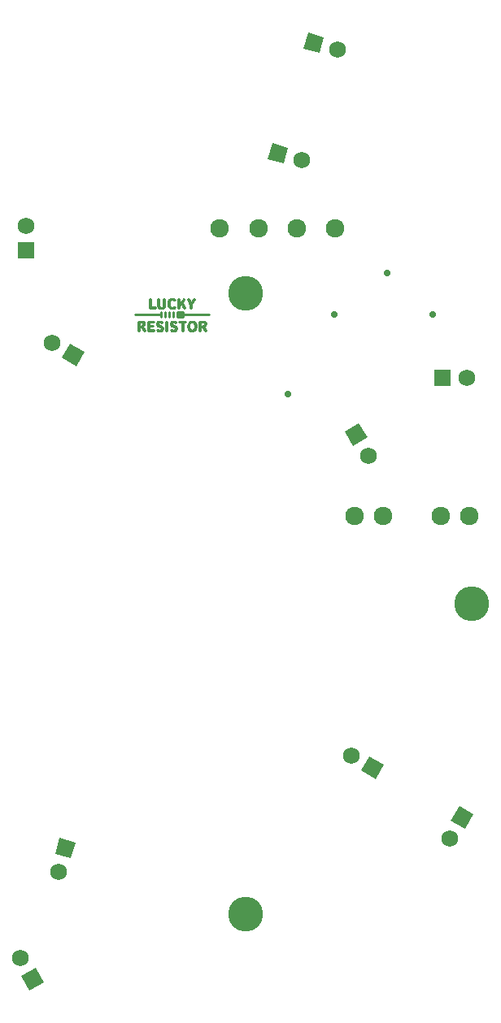
<source format=gbr>
G04 EAGLE Gerber RS-274X export*
G75*
%MOMM*%
%FSLAX34Y34*%
%LPD*%
%INSoldermask Top*%
%IPPOS*%
%AMOC8*
5,1,8,0,0,1.08239X$1,22.5*%
G01*
G04 Define Apertures*
%ADD10C,3.627000*%
%ADD11R,1.727000X1.727000*%
%ADD12C,1.727000*%
%ADD13R,1.727000X1.727000*%
%ADD14C,0.254000*%
%ADD15C,1.927000*%
%ADD16C,0.731000*%
D10*
X297011Y772136D03*
X531983Y448778D03*
X297085Y125442D03*
D11*
G36*
X98312Y187662D02*
X102782Y204342D01*
X119462Y199872D01*
X114992Y183192D01*
X98312Y187662D01*
G37*
D12*
X102313Y169233D03*
D11*
G36*
X78010Y69296D02*
X86645Y54341D01*
X71690Y45706D01*
X63055Y60661D01*
X78010Y69296D01*
G37*
D12*
X62150Y79499D03*
D11*
G36*
X425539Y289545D02*
X440494Y280910D01*
X431859Y265955D01*
X416904Y274590D01*
X425539Y289545D01*
G37*
D12*
X406701Y290450D03*
D11*
G36*
X510555Y222739D02*
X519190Y237694D01*
X534145Y229059D01*
X525510Y214104D01*
X510555Y222739D01*
G37*
D12*
X509650Y203901D03*
D11*
G36*
X408490Y613204D02*
X399855Y628159D01*
X414810Y636794D01*
X423445Y621839D01*
X408490Y613204D01*
G37*
D12*
X424350Y603001D03*
D13*
X502000Y683800D03*
D12*
X527400Y683800D03*
D11*
G36*
X114139Y719645D02*
X129094Y711010D01*
X120459Y696055D01*
X105504Y704690D01*
X114139Y719645D01*
G37*
D12*
X95301Y720550D03*
D13*
X68200Y816800D03*
D12*
X68200Y842200D03*
D11*
G36*
X373838Y1022412D02*
X357158Y1026882D01*
X361628Y1043562D01*
X378308Y1039092D01*
X373838Y1022412D01*
G37*
D12*
X392267Y1026413D03*
D11*
G36*
X336738Y907112D02*
X320058Y911582D01*
X324528Y928262D01*
X341208Y923792D01*
X336738Y907112D01*
G37*
D12*
X355167Y911113D03*
D14*
X240869Y733041D02*
X239936Y733117D01*
X239515Y733211D01*
X239126Y733343D01*
X238767Y733513D01*
X238439Y733721D01*
X238142Y733965D01*
X237876Y734248D01*
X237642Y734567D01*
X237438Y734924D01*
X237266Y735319D01*
X237014Y736219D01*
X236889Y737267D01*
X236910Y738644D01*
X237014Y739350D01*
X237178Y739969D01*
X237393Y740508D01*
X237653Y740971D01*
X237948Y741365D01*
X238270Y741695D01*
X238612Y741966D01*
X238966Y742185D01*
X239323Y742356D01*
X240017Y742579D01*
X240628Y742681D01*
X241093Y742705D01*
X241553Y742685D01*
X241984Y742626D01*
X242387Y742529D01*
X242762Y742392D01*
X243108Y742218D01*
X243425Y742006D01*
X243713Y741755D01*
X243971Y741468D01*
X244200Y741143D01*
X244399Y740781D01*
X244568Y740382D01*
X244815Y739475D01*
X244940Y738425D01*
X244946Y737432D01*
X244867Y736589D01*
X244688Y735761D01*
X244553Y735363D01*
X244384Y734982D01*
X244178Y734622D01*
X243933Y734288D01*
X243646Y733983D01*
X243313Y733714D01*
X242932Y733484D01*
X242500Y733297D01*
X242014Y733158D01*
X241472Y733071D01*
X240869Y733041D01*
X240560Y742423D02*
X240921Y742443D01*
X240560Y742423D02*
X240217Y742364D01*
X239893Y742266D01*
X239588Y742132D01*
X239304Y741961D01*
X239041Y741754D01*
X238799Y741514D01*
X238580Y741240D01*
X238385Y740934D01*
X238213Y740596D01*
X237943Y739831D01*
X237777Y738952D01*
X237721Y737968D01*
X237821Y736553D01*
X237938Y735966D01*
X238093Y735453D01*
X238281Y735009D01*
X238496Y734629D01*
X238733Y734308D01*
X238987Y734042D01*
X239252Y733825D01*
X239524Y733653D01*
X239797Y733520D01*
X240065Y733423D01*
X240568Y733314D01*
X240990Y733286D01*
X241397Y733312D01*
X241882Y733418D01*
X242140Y733512D01*
X242403Y733639D01*
X242664Y733805D01*
X242920Y734014D01*
X243164Y734271D01*
X243392Y734580D01*
X243599Y734946D01*
X243780Y735373D01*
X243929Y735868D01*
X244114Y737074D01*
X244124Y738320D01*
X244012Y739289D01*
X243792Y740143D01*
X243644Y740525D01*
X243471Y740876D01*
X243274Y741194D01*
X243054Y741478D01*
X242811Y741728D01*
X242547Y741942D01*
X242261Y742120D01*
X241955Y742259D01*
X241629Y742361D01*
X241284Y742422D01*
X240921Y742443D01*
X221360Y733041D02*
X220589Y733091D01*
X219834Y733224D01*
X218507Y733640D01*
X218673Y734044D01*
X220051Y733589D01*
X220738Y733455D01*
X221377Y733406D01*
X221681Y733419D01*
X221960Y733455D01*
X222215Y733513D01*
X222447Y733591D01*
X222656Y733688D01*
X222843Y733803D01*
X223008Y733932D01*
X223154Y734075D01*
X223279Y734230D01*
X223386Y734395D01*
X223474Y734568D01*
X223544Y734748D01*
X223635Y735123D01*
X223665Y735504D01*
X223647Y735783D01*
X223597Y736037D01*
X223518Y736268D01*
X223411Y736477D01*
X223281Y736666D01*
X223130Y736835D01*
X222961Y736988D01*
X222583Y737245D01*
X222169Y737450D01*
X220305Y738088D01*
X219841Y738299D01*
X219449Y738538D01*
X219281Y738671D01*
X219132Y738814D01*
X219002Y738969D01*
X218892Y739136D01*
X218801Y739318D01*
X218730Y739514D01*
X218679Y739727D01*
X218648Y739958D01*
X218638Y740207D01*
X218665Y740617D01*
X218740Y740980D01*
X218859Y741298D01*
X219016Y741575D01*
X219204Y741814D01*
X219418Y742016D01*
X219653Y742186D01*
X219901Y742325D01*
X220418Y742526D01*
X220921Y742640D01*
X221704Y742705D01*
X222390Y742651D01*
X223074Y742497D01*
X223737Y742249D01*
X224360Y741916D01*
X224136Y741631D01*
X223480Y741978D01*
X222855Y742226D01*
X222263Y742376D01*
X221704Y742425D01*
X221247Y742387D01*
X221032Y742340D01*
X220829Y742276D01*
X220636Y742196D01*
X220456Y742099D01*
X220289Y741987D01*
X220137Y741862D01*
X219998Y741722D01*
X219876Y741570D01*
X219770Y741406D01*
X219682Y741230D01*
X219612Y741044D01*
X219560Y740848D01*
X219529Y740644D01*
X219518Y740431D01*
X219535Y740156D01*
X219583Y739906D01*
X219660Y739677D01*
X219764Y739468D01*
X219892Y739279D01*
X220040Y739108D01*
X220208Y738953D01*
X220590Y738686D01*
X221016Y738467D01*
X223000Y737751D01*
X223470Y737534D01*
X223859Y737291D01*
X224023Y737158D01*
X224168Y737014D01*
X224293Y736859D01*
X224398Y736691D01*
X224484Y736508D01*
X224551Y736310D01*
X224598Y736095D01*
X224636Y735608D01*
X224610Y735197D01*
X224536Y734832D01*
X224418Y734510D01*
X224263Y734229D01*
X224075Y733986D01*
X223859Y733777D01*
X223622Y733602D01*
X223367Y733456D01*
X222829Y733242D01*
X222287Y733116D01*
X221360Y733041D01*
X206964Y733041D02*
X206194Y733091D01*
X205439Y733224D01*
X204112Y733642D01*
X204277Y734044D01*
X205656Y733589D01*
X206343Y733455D01*
X206982Y733406D01*
X207286Y733419D01*
X207565Y733455D01*
X207820Y733513D01*
X208052Y733591D01*
X208261Y733688D01*
X208448Y733803D01*
X208614Y733932D01*
X208759Y734075D01*
X208885Y734230D01*
X208992Y734395D01*
X209080Y734568D01*
X209151Y734748D01*
X209242Y735123D01*
X209271Y735504D01*
X209254Y735783D01*
X209204Y736037D01*
X209124Y736268D01*
X209017Y736477D01*
X208887Y736666D01*
X208736Y736835D01*
X208567Y736988D01*
X208188Y737245D01*
X207774Y737450D01*
X205910Y738088D01*
X205445Y738299D01*
X205054Y738538D01*
X204886Y738671D01*
X204737Y738814D01*
X204607Y738969D01*
X204497Y739136D01*
X204406Y739318D01*
X204335Y739514D01*
X204284Y739727D01*
X204253Y739958D01*
X204243Y740207D01*
X204269Y740617D01*
X204345Y740980D01*
X204464Y741298D01*
X204621Y741575D01*
X204809Y741814D01*
X205023Y742016D01*
X205257Y742186D01*
X205506Y742325D01*
X206022Y742526D01*
X206526Y742640D01*
X207309Y742705D01*
X207994Y742652D01*
X208678Y742497D01*
X209342Y742250D01*
X209965Y741916D01*
X209739Y741631D01*
X209083Y741978D01*
X208458Y742226D01*
X207866Y742376D01*
X207309Y742425D01*
X206851Y742387D01*
X206637Y742340D01*
X206433Y742276D01*
X206241Y742196D01*
X206061Y742099D01*
X205894Y741987D01*
X205741Y741862D01*
X205603Y741722D01*
X205481Y741570D01*
X205375Y741406D01*
X205287Y741230D01*
X205216Y741044D01*
X205165Y740848D01*
X205134Y740644D01*
X205123Y740431D01*
X205140Y740156D01*
X205188Y739906D01*
X205265Y739677D01*
X205369Y739468D01*
X205496Y739279D01*
X205645Y739108D01*
X205813Y738953D01*
X206194Y738686D01*
X206620Y738467D01*
X208604Y737751D01*
X209073Y737534D01*
X209461Y737291D01*
X209626Y737158D01*
X209770Y737014D01*
X209895Y736859D01*
X210000Y736691D01*
X210086Y736508D01*
X210152Y736310D01*
X210200Y736095D01*
X210237Y735608D01*
X210211Y735197D01*
X210137Y734832D01*
X210020Y734510D01*
X209864Y734229D01*
X209676Y733986D01*
X209461Y733777D01*
X209224Y733602D01*
X208970Y733456D01*
X208432Y733242D01*
X207891Y733116D01*
X206964Y733041D01*
X253107Y736605D02*
X254608Y733248D01*
X253107Y736605D02*
X252871Y736908D01*
X252746Y737032D01*
X252485Y737230D01*
X252219Y737370D01*
X251958Y737461D01*
X251712Y737512D01*
X250469Y737529D01*
X250360Y737513D01*
X250254Y737486D01*
X250154Y737449D01*
X250057Y737402D01*
X249967Y737347D01*
X249882Y737284D01*
X249804Y737213D01*
X249733Y737135D01*
X249670Y737050D01*
X249615Y736959D01*
X249569Y736863D01*
X249532Y736762D01*
X249504Y736656D01*
X249488Y736547D01*
X249482Y733248D01*
X248717Y733248D01*
X248717Y742498D01*
X252742Y742448D01*
X253533Y742308D01*
X253850Y742208D01*
X254120Y742091D01*
X254346Y741959D01*
X254533Y741812D01*
X254684Y741653D01*
X254802Y741484D01*
X254892Y741306D01*
X254958Y741121D01*
X255002Y740930D01*
X255042Y740541D01*
X255039Y740163D01*
X254987Y739823D01*
X254889Y739516D01*
X254753Y739241D01*
X254588Y738999D01*
X254399Y738790D01*
X254196Y738615D01*
X253984Y738474D01*
X253810Y738380D01*
X253684Y738293D01*
X253573Y738191D01*
X253477Y738074D01*
X253398Y737947D01*
X253337Y737809D01*
X253296Y737663D01*
X253274Y737511D01*
X253274Y737356D01*
X253296Y737204D01*
X253337Y737058D01*
X253398Y736920D01*
X253477Y736793D01*
X253573Y736677D01*
X253684Y736574D01*
X253810Y736487D01*
X253884Y736446D01*
X253902Y736433D01*
X253955Y736380D01*
X254022Y736288D01*
X255370Y733248D01*
X254608Y733248D01*
X250581Y742391D02*
X250469Y742385D01*
X250360Y742369D01*
X250254Y742342D01*
X250154Y742305D01*
X250057Y742258D01*
X249967Y742203D01*
X249882Y742140D01*
X249804Y742069D01*
X249733Y741991D01*
X249670Y741906D01*
X249615Y741815D01*
X249569Y741719D01*
X249532Y741618D01*
X249504Y741512D01*
X249488Y741403D01*
X249488Y738596D01*
X249504Y738486D01*
X249532Y738381D01*
X249569Y738280D01*
X249615Y738183D01*
X249670Y738093D01*
X249733Y738008D01*
X249804Y737930D01*
X249882Y737859D01*
X249967Y737795D01*
X250057Y737740D01*
X250154Y737694D01*
X250254Y737657D01*
X250360Y737630D01*
X250469Y737613D01*
X251980Y737619D01*
X252247Y737653D01*
X252499Y737708D01*
X252737Y737784D01*
X252959Y737881D01*
X253166Y737998D01*
X253356Y738133D01*
X253529Y738287D01*
X253684Y738459D01*
X253820Y738648D01*
X253937Y738853D01*
X254034Y739074D01*
X254111Y739310D01*
X254167Y739561D01*
X254212Y740103D01*
X254187Y740501D01*
X254103Y740901D01*
X254033Y741097D01*
X253943Y741286D01*
X253830Y741467D01*
X253692Y741639D01*
X253528Y741798D01*
X253335Y741942D01*
X253113Y742071D01*
X252858Y742180D01*
X252568Y742269D01*
X252243Y742336D01*
X250581Y742391D01*
X230511Y741127D02*
X230517Y733248D01*
X230511Y741127D02*
X230494Y741237D01*
X230467Y741342D01*
X230430Y741443D01*
X230384Y741539D01*
X230329Y741630D01*
X230266Y741715D01*
X230195Y741793D01*
X230117Y741864D01*
X230032Y741927D01*
X229941Y741983D01*
X229845Y742029D01*
X229744Y742066D01*
X229639Y742093D01*
X229530Y742110D01*
X227468Y742115D01*
X227468Y742498D01*
X234434Y742498D01*
X234434Y742115D01*
X232251Y742110D01*
X232142Y742093D01*
X232037Y742066D01*
X231936Y742029D01*
X231840Y741983D01*
X231749Y741927D01*
X231665Y741864D01*
X231587Y741793D01*
X231516Y741715D01*
X231452Y741630D01*
X231397Y741539D01*
X231351Y741443D01*
X231314Y741342D01*
X231287Y741237D01*
X231270Y741127D01*
X231264Y733248D01*
X230517Y733248D01*
X214006Y733248D02*
X214006Y742498D01*
X214766Y742498D01*
X214766Y733248D01*
X214006Y733248D01*
X195477Y733248D02*
X195477Y742498D01*
X200767Y742498D01*
X200767Y742115D01*
X197226Y742110D01*
X197117Y742093D01*
X197011Y742066D01*
X196910Y742029D01*
X196814Y741983D01*
X196723Y741927D01*
X196639Y741864D01*
X196560Y741793D01*
X196489Y741715D01*
X196426Y741630D01*
X196371Y741539D01*
X196325Y741443D01*
X196288Y741342D01*
X196260Y741237D01*
X196244Y741127D01*
X196244Y739164D01*
X196260Y739055D01*
X196288Y738949D01*
X196325Y738848D01*
X196371Y738752D01*
X196426Y738661D01*
X196489Y738576D01*
X196560Y738498D01*
X196639Y738427D01*
X196723Y738364D01*
X196814Y738309D01*
X196910Y738262D01*
X197011Y738225D01*
X197117Y738198D01*
X197226Y738182D01*
X200129Y738176D01*
X200129Y737794D01*
X197226Y737788D01*
X197117Y737771D01*
X197011Y737744D01*
X196910Y737707D01*
X196814Y737661D01*
X196723Y737606D01*
X196639Y737542D01*
X196560Y737471D01*
X196489Y737393D01*
X196426Y737308D01*
X196371Y737218D01*
X196325Y737121D01*
X196288Y737020D01*
X196260Y736915D01*
X196244Y736805D01*
X196244Y734617D01*
X196260Y734507D01*
X196288Y734402D01*
X196325Y734301D01*
X196371Y734204D01*
X196426Y734114D01*
X196489Y734029D01*
X196560Y733951D01*
X196639Y733880D01*
X196723Y733816D01*
X196814Y733761D01*
X196910Y733715D01*
X197011Y733678D01*
X197117Y733651D01*
X197226Y733634D01*
X200887Y733628D01*
X200887Y733248D01*
X195477Y733248D01*
X190895Y733248D02*
X189393Y736605D01*
X189158Y736908D01*
X188903Y737139D01*
X188638Y737307D01*
X188374Y737421D01*
X188120Y737491D01*
X187885Y737526D01*
X186757Y737529D01*
X186647Y737513D01*
X186542Y737486D01*
X186441Y737449D01*
X186344Y737402D01*
X186254Y737347D01*
X186169Y737284D01*
X186091Y737213D01*
X186020Y737135D01*
X185956Y737050D01*
X185901Y736959D01*
X185855Y736863D01*
X185818Y736762D01*
X185791Y736656D01*
X185774Y736547D01*
X185768Y733248D01*
X185007Y733248D01*
X185007Y742498D01*
X189030Y742448D01*
X189820Y742308D01*
X190137Y742208D01*
X190406Y742091D01*
X190632Y741959D01*
X190819Y741812D01*
X190969Y741653D01*
X191088Y741484D01*
X191177Y741306D01*
X191243Y741121D01*
X191287Y740930D01*
X191327Y740541D01*
X191324Y740163D01*
X191271Y739823D01*
X191174Y739516D01*
X191039Y739241D01*
X190873Y738999D01*
X190685Y738790D01*
X190482Y738615D01*
X190271Y738474D01*
X190096Y738380D01*
X189970Y738293D01*
X189859Y738191D01*
X189763Y738074D01*
X189683Y737947D01*
X189622Y737809D01*
X189581Y737663D01*
X189559Y737511D01*
X189559Y737356D01*
X189581Y737204D01*
X189622Y737058D01*
X189683Y736920D01*
X189763Y736793D01*
X189859Y736677D01*
X189970Y736574D01*
X190096Y736487D01*
X190170Y736446D01*
X190188Y736433D01*
X190241Y736380D01*
X190309Y736288D01*
X190382Y736155D01*
X191660Y733248D01*
X190895Y733248D01*
X186869Y742391D02*
X186757Y742385D01*
X186647Y742369D01*
X186542Y742342D01*
X186441Y742305D01*
X186344Y742258D01*
X186254Y742203D01*
X186169Y742140D01*
X186091Y742069D01*
X186020Y741991D01*
X185956Y741906D01*
X185901Y741815D01*
X185855Y741719D01*
X185818Y741618D01*
X185791Y741512D01*
X185774Y741403D01*
X185774Y738596D01*
X185791Y738486D01*
X185818Y738381D01*
X185855Y738280D01*
X185901Y738183D01*
X185956Y738093D01*
X186020Y738008D01*
X186091Y737930D01*
X186169Y737859D01*
X186254Y737795D01*
X186344Y737740D01*
X186441Y737694D01*
X186542Y737657D01*
X186647Y737630D01*
X186757Y737613D01*
X188268Y737619D01*
X188534Y737653D01*
X188787Y737708D01*
X189024Y737784D01*
X189247Y737881D01*
X189453Y737998D01*
X189643Y738133D01*
X189816Y738287D01*
X189971Y738459D01*
X190108Y738648D01*
X190225Y738853D01*
X190322Y739074D01*
X190399Y739310D01*
X190455Y739561D01*
X190500Y740103D01*
X190475Y740501D01*
X190391Y740901D01*
X190321Y741097D01*
X190231Y741286D01*
X190118Y741467D01*
X189980Y741639D01*
X189816Y741798D01*
X189624Y741942D01*
X189401Y742071D01*
X189146Y742180D01*
X188857Y742269D01*
X188531Y742336D01*
X186869Y742391D01*
X225698Y752557D02*
X231784Y752557D01*
X231784Y750882D01*
X231784Y748962D01*
X231784Y747121D01*
X225698Y747121D01*
X220206Y756652D02*
X219586Y756681D01*
X219028Y756767D01*
X218528Y756904D01*
X218083Y757088D01*
X217691Y757315D01*
X217349Y757581D01*
X217053Y757880D01*
X216801Y758210D01*
X216590Y758564D01*
X216416Y758940D01*
X216171Y759737D01*
X216041Y760565D01*
X216003Y761389D01*
X216037Y762177D01*
X216134Y762878D01*
X216288Y763495D01*
X216491Y764035D01*
X216738Y764502D01*
X217020Y764902D01*
X217330Y765240D01*
X217663Y765520D01*
X218011Y765748D01*
X218368Y765929D01*
X218725Y766069D01*
X219417Y766242D01*
X220031Y766309D01*
X220478Y766311D01*
X220842Y766278D01*
X221191Y766212D01*
X221527Y766112D01*
X221849Y765980D01*
X222157Y765815D01*
X222451Y765616D01*
X222865Y765258D01*
X222517Y765008D01*
X221965Y765467D01*
X221680Y765647D01*
X221389Y765794D01*
X221091Y765908D01*
X220786Y765989D01*
X220474Y766037D01*
X220154Y766054D01*
X219854Y766040D01*
X219554Y765996D01*
X219256Y765923D01*
X218964Y765817D01*
X218680Y765679D01*
X218407Y765506D01*
X218147Y765296D01*
X217903Y765050D01*
X217678Y764764D01*
X217474Y764438D01*
X217295Y764071D01*
X217142Y763661D01*
X216927Y762705D01*
X216850Y761561D01*
X216880Y760793D01*
X216967Y760113D01*
X217104Y759516D01*
X217283Y758997D01*
X217498Y758550D01*
X217744Y758171D01*
X218012Y757853D01*
X218297Y757591D01*
X218591Y757380D01*
X218888Y757215D01*
X219182Y757090D01*
X219731Y756939D01*
X220186Y756884D01*
X220785Y756903D01*
X221344Y757011D01*
X221896Y757205D01*
X222579Y757572D01*
X222734Y757372D01*
X222153Y757047D01*
X221549Y756823D01*
X220906Y756693D01*
X220206Y756652D01*
X208876Y756652D02*
X207917Y756705D01*
X207149Y756860D01*
X206830Y756973D01*
X206552Y757109D01*
X206312Y757268D01*
X206108Y757447D01*
X205937Y757647D01*
X205797Y757866D01*
X205685Y758104D01*
X205599Y758360D01*
X205495Y758922D01*
X205464Y766109D01*
X206225Y766109D01*
X206273Y759094D01*
X206331Y758807D01*
X206411Y758539D01*
X206513Y758290D01*
X206637Y758059D01*
X206782Y757849D01*
X206947Y757658D01*
X207132Y757487D01*
X207337Y757338D01*
X207560Y757211D01*
X207802Y757105D01*
X208062Y757022D01*
X208340Y756962D01*
X208945Y756914D01*
X209234Y756926D01*
X209510Y756964D01*
X209773Y757025D01*
X210021Y757110D01*
X210253Y757217D01*
X210470Y757345D01*
X210670Y757494D01*
X210852Y757663D01*
X211015Y757851D01*
X211160Y758057D01*
X211284Y758281D01*
X211388Y758521D01*
X211469Y758777D01*
X211529Y759048D01*
X211577Y766109D01*
X212339Y766109D01*
X212309Y758855D01*
X212223Y758472D01*
X212089Y758136D01*
X211912Y757844D01*
X211699Y757592D01*
X211458Y757379D01*
X211193Y757200D01*
X210912Y757052D01*
X210329Y756841D01*
X209760Y756720D01*
X208876Y756652D01*
X239471Y756859D02*
X239463Y760281D01*
X239440Y760411D01*
X239401Y760538D01*
X236491Y766109D01*
X237231Y766109D01*
X238990Y762465D01*
X239085Y762343D01*
X239195Y762236D01*
X239318Y762146D01*
X239453Y762073D01*
X239597Y762020D01*
X239748Y761988D01*
X239905Y761976D01*
X240062Y761987D01*
X240219Y762019D01*
X240371Y762070D01*
X240517Y762140D01*
X240651Y762227D01*
X240771Y762330D01*
X240874Y762449D01*
X242737Y766109D01*
X243291Y766109D01*
X240292Y760567D01*
X240251Y760436D01*
X240227Y760302D01*
X240218Y756859D01*
X239471Y756859D01*
X232205Y756859D02*
X230370Y760600D01*
X230285Y760713D01*
X230186Y760813D01*
X230076Y760900D01*
X229956Y760971D01*
X229827Y761028D01*
X229691Y761067D01*
X229513Y761092D01*
X229464Y761094D01*
X229322Y761087D01*
X229194Y761064D01*
X229071Y761026D01*
X228954Y760975D01*
X228843Y760910D01*
X228740Y760833D01*
X228647Y760743D01*
X227499Y759174D01*
X227420Y759020D01*
X227367Y758856D01*
X227340Y758685D01*
X227337Y756859D01*
X226593Y756859D01*
X226593Y766109D01*
X227337Y766109D01*
X227354Y763309D01*
X227405Y763017D01*
X227487Y762761D01*
X227598Y762540D01*
X227733Y762355D01*
X227809Y762277D01*
X227889Y762207D01*
X227974Y762146D01*
X228063Y762094D01*
X228155Y762051D01*
X228251Y762017D01*
X228349Y761992D01*
X228450Y761977D01*
X228552Y761970D01*
X228761Y761985D01*
X228972Y762037D01*
X229182Y762125D01*
X229387Y762251D01*
X229584Y762414D01*
X229770Y762615D01*
X232153Y766109D01*
X232739Y766109D01*
X230574Y762973D01*
X230516Y762838D01*
X230476Y762698D01*
X230456Y762554D01*
X230455Y762409D01*
X230473Y762264D01*
X230511Y762122D01*
X233121Y756859D01*
X232205Y756859D01*
X197113Y756859D02*
X197113Y766109D01*
X197890Y766109D01*
X197896Y758246D01*
X197912Y758137D01*
X197940Y758032D01*
X197977Y757930D01*
X198023Y757834D01*
X198078Y757743D01*
X198141Y757659D01*
X198212Y757581D01*
X198291Y757510D01*
X198375Y757446D01*
X198466Y757391D01*
X198562Y757345D01*
X198663Y757308D01*
X198769Y757281D01*
X198878Y757264D01*
X202455Y757258D01*
X202455Y756859D01*
X197113Y756859D01*
X208651Y750001D02*
X181381Y750001D01*
X231797Y749863D02*
X258735Y749863D01*
X208651Y752557D02*
X208651Y747121D01*
X212913Y747121D02*
X212913Y752557D01*
X217174Y752557D02*
X217174Y747121D01*
X221436Y747121D02*
X221436Y752557D01*
X225698Y752557D02*
X225698Y750882D01*
X225698Y748962D01*
X225698Y747121D01*
X225698Y750882D02*
X231784Y750882D01*
X231784Y748962D02*
X225698Y748962D01*
D15*
X410000Y540000D03*
X530000Y540000D03*
X500000Y540000D03*
X310000Y840000D03*
X350000Y840000D03*
X390000Y840000D03*
X440000Y540000D03*
X270000Y840000D03*
D16*
X444000Y793000D03*
X341200Y666800D03*
X389100Y750200D03*
X491900Y750300D03*
M02*

</source>
